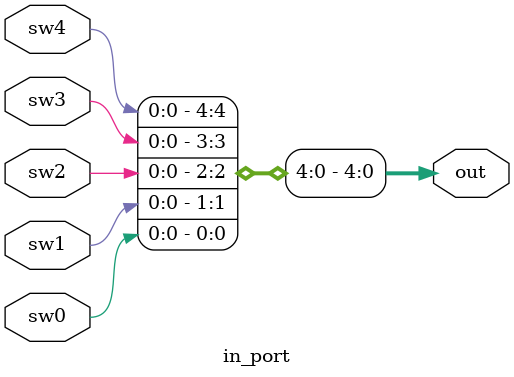
<source format=v>
module in_port (
	sw4,sw3,sw2,sw1,sw0,
	out
);

	input sw4,sw3,sw2,sw1,sw0;
	output [31:0] out;

	assign out[4] = sw4;
	assign out[3] = sw3;
	assign out[2] = sw2;
	assign out[1] = sw1;
	assign out[0] = sw0;
	
endmodule
</source>
